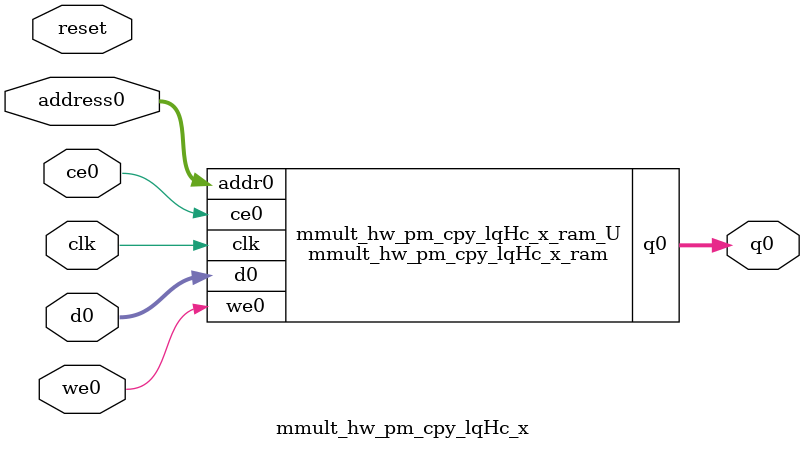
<source format=v>
`timescale 1 ns / 1 ps
module mmult_hw_pm_cpy_lqHc_x_ram (addr0, ce0, d0, we0, q0,  clk);

parameter DWIDTH = 32;
parameter AWIDTH = 6;
parameter MEM_SIZE = 64;

input[AWIDTH-1:0] addr0;
input ce0;
input[DWIDTH-1:0] d0;
input we0;
output reg[DWIDTH-1:0] q0;
input clk;

(* ram_style = "block" *)reg [DWIDTH-1:0] ram[0:MEM_SIZE-1];




always @(posedge clk)  
begin 
    if (ce0) begin
        if (we0) 
            ram[addr0] <= d0; 
        q0 <= ram[addr0];
    end
end


endmodule

`timescale 1 ns / 1 ps
module mmult_hw_pm_cpy_lqHc_x(
    reset,
    clk,
    address0,
    ce0,
    we0,
    d0,
    q0);

parameter DataWidth = 32'd32;
parameter AddressRange = 32'd64;
parameter AddressWidth = 32'd6;
input reset;
input clk;
input[AddressWidth - 1:0] address0;
input ce0;
input we0;
input[DataWidth - 1:0] d0;
output[DataWidth - 1:0] q0;



mmult_hw_pm_cpy_lqHc_x_ram mmult_hw_pm_cpy_lqHc_x_ram_U(
    .clk( clk ),
    .addr0( address0 ),
    .ce0( ce0 ),
    .we0( we0 ),
    .d0( d0 ),
    .q0( q0 ));

endmodule


</source>
